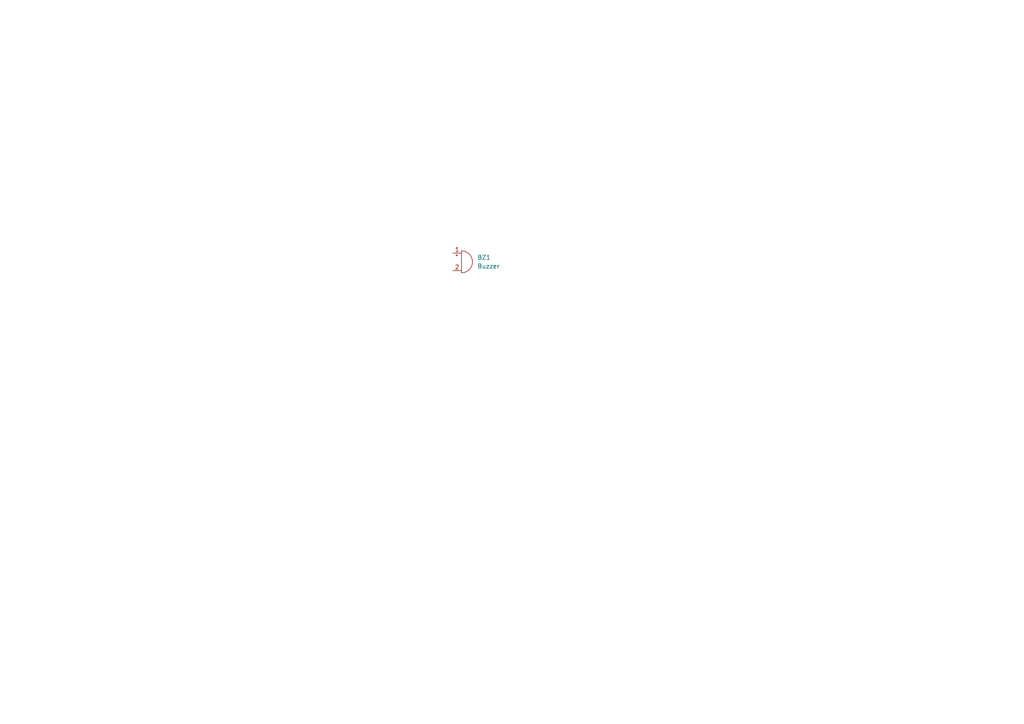
<source format=kicad_sch>
(kicad_sch (version 20231120) (generator "eeschema") (generator_version "8.0")
  (paper "A4")
  (lib_symbols
    (symbol "Device:Buzzer" (pin_names (offset 0.0254) hide)
      (property "Reference" "BZ" (at 3.81 1.27 0))
      (property "Value" "Buzzer" (at 3.81 -1.27 0))
      (symbol "Buzzer_0_1"
        (arc (start 0 -3.175) (mid 3.1612 0) (end 0 3.175))
        (polyline (pts (xy -1.651 1.905) (xy -1.143 1.905)))
        (polyline (pts (xy -1.397 2.159) (xy -1.397 1.651)))
        (polyline (pts (xy 0 3.175) (xy 0 -3.175)))
      )
      (symbol "Buzzer_1_1"
        (pin passive line (at -2.54 2.54 0) (length 2.54) (name "+") (number "1"))
        (pin passive line (at -2.54 -2.54 0) (length 2.54) (name "-") (number "2"))
      )
    )
  )
  (symbol (lib_id "Device:Buzzer") (at 133.858 75.946 0) (unit 1)
    (property "Reference" "BZ1" (at 138.43 74.6759 0) (effects (justify left)))
    (property "Value" "Buzzer" (at 138.43 77.2159 0) (effects (justify left)))
    (property "Description" "Buzzer, polarized" (effects (hide yes)))
  )
)
</source>
